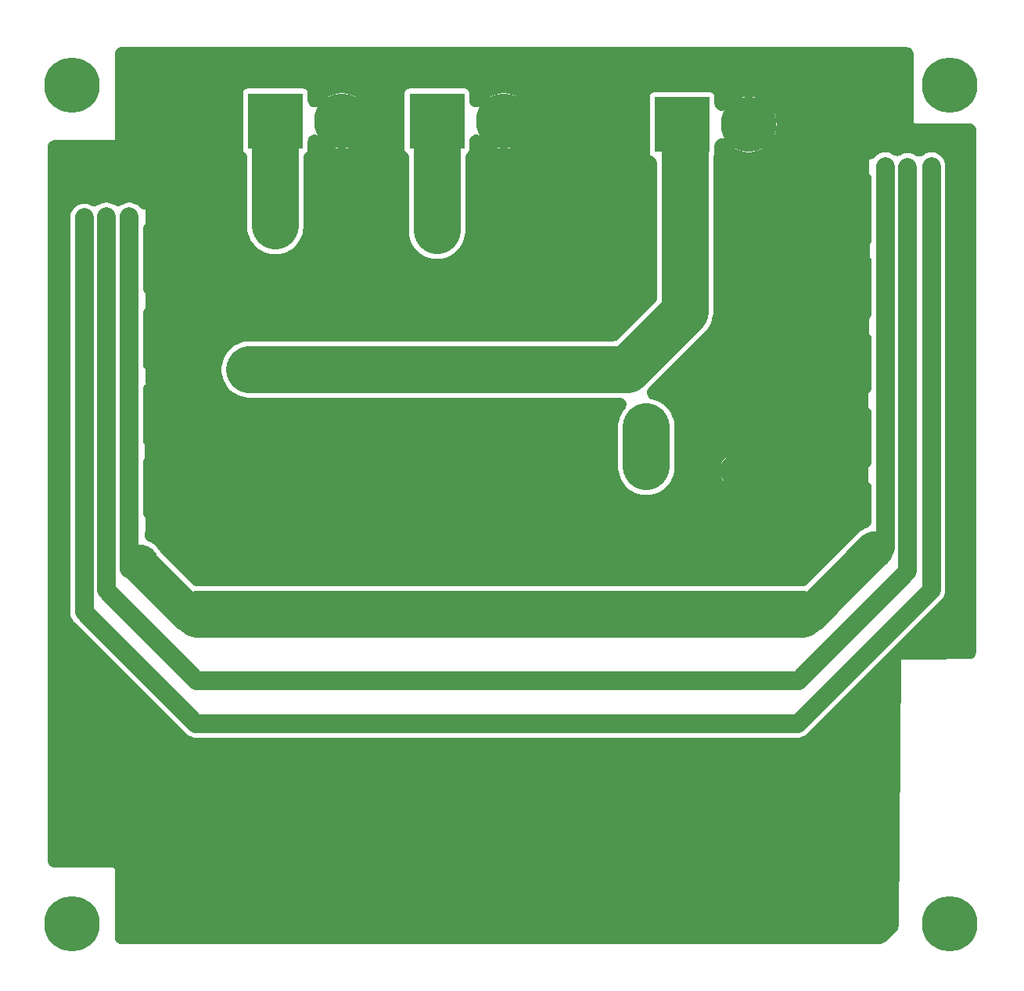
<source format=gbr>
%TF.GenerationSoftware,KiCad,Pcbnew,8.0.4*%
%TF.CreationDate,2024-09-19T17:04:51-03:00*%
%TF.ProjectId,placa de potencia,706c6163-6120-4646-9520-706f74656e63,rev?*%
%TF.SameCoordinates,Original*%
%TF.FileFunction,Copper,L2,Bot*%
%TF.FilePolarity,Positive*%
%FSLAX46Y46*%
G04 Gerber Fmt 4.6, Leading zero omitted, Abs format (unit mm)*
G04 Created by KiCad (PCBNEW 8.0.4) date 2024-09-19 17:04:51*
%MOMM*%
%LPD*%
G01*
G04 APERTURE LIST*
%TA.AperFunction,ComponentPad*%
%ADD10R,3.200000X3.200000*%
%TD*%
%TA.AperFunction,ComponentPad*%
%ADD11O,3.200000X3.200000*%
%TD*%
%TA.AperFunction,ComponentPad*%
%ADD12R,1.508000X1.508000*%
%TD*%
%TA.AperFunction,ComponentPad*%
%ADD13C,1.508000*%
%TD*%
%TA.AperFunction,ComponentPad*%
%ADD14C,6.000000*%
%TD*%
%TA.AperFunction,ComponentPad*%
%ADD15R,6.000000X6.000000*%
%TD*%
%TA.AperFunction,ComponentPad*%
%ADD16C,5.000000*%
%TD*%
%TA.AperFunction,Conductor*%
%ADD17C,0.250000*%
%TD*%
%TA.AperFunction,Conductor*%
%ADD18C,5.080000*%
%TD*%
%TA.AperFunction,Conductor*%
%ADD19C,2.000000*%
%TD*%
%TA.AperFunction,Conductor*%
%ADD20C,4.000000*%
%TD*%
%TA.AperFunction,Conductor*%
%ADD21C,1.000000*%
%TD*%
G04 APERTURE END LIST*
D10*
%TO.P,D1,1,K*%
%TO.N,Net-(D1-K)*%
X114300000Y-78867000D03*
D11*
%TO.P,D1,2,A*%
%TO.N,Net-(D1-A)*%
X114300000Y-63627000D03*
%TD*%
D12*
%TO.P,J11,1,1*%
%TO.N,GND*%
X177769000Y-74042000D03*
D13*
%TO.P,J11,2,2*%
%TO.N,Net-(D2-K)*%
X180269000Y-74042000D03*
%TO.P,J11,3,3*%
%TO.N,Net-(J10-Pad3)*%
X182769000Y-74042000D03*
%TO.P,J11,4,4*%
%TO.N,Net-(J10-Pad4)*%
X185269000Y-74042000D03*
%TD*%
D14*
%TO.P,,1*%
%TO.N,N/C*%
X187280000Y-47947000D03*
%TD*%
%TO.P,,1*%
%TO.N,N/C*%
X187280000Y-138747000D03*
%TD*%
D12*
%TO.P,J8,1,1*%
%TO.N,GND*%
X100959000Y-95502000D03*
D13*
%TO.P,J8,2,2*%
%TO.N,Net-(D2-K)*%
X98459000Y-95502000D03*
%TO.P,J8,3,3*%
%TO.N,Net-(J10-Pad3)*%
X95959000Y-95502000D03*
%TO.P,J8,4,4*%
%TO.N,Net-(J10-Pad4)*%
X93459000Y-95502000D03*
%TD*%
D14*
%TO.P,J2,N,NEG*%
%TO.N,GND*%
X138982000Y-51816000D03*
D15*
%TO.P,J2,P,POS*%
%TO.N,Net-(D5-A)*%
X131782000Y-51816000D03*
%TD*%
D12*
%TO.P,J3,1,1*%
%TO.N,GND*%
X100979000Y-62162000D03*
D13*
%TO.P,J3,2,2*%
%TO.N,Net-(D2-K)*%
X98479000Y-62162000D03*
%TO.P,J3,3,3*%
%TO.N,Net-(J10-Pad3)*%
X95979000Y-62162000D03*
%TO.P,J3,4,4*%
%TO.N,Net-(J10-Pad4)*%
X93479000Y-62162000D03*
%TD*%
D12*
%TO.P,J6,1,1*%
%TO.N,GND*%
X101029000Y-79522000D03*
D13*
%TO.P,J6,2,2*%
%TO.N,Net-(D2-K)*%
X98529000Y-79522000D03*
%TO.P,J6,3,3*%
%TO.N,Net-(J10-Pad3)*%
X96029000Y-79522000D03*
%TO.P,J6,4,4*%
%TO.N,Net-(J10-Pad4)*%
X93529000Y-79522000D03*
%TD*%
D14*
%TO.P,,1*%
%TO.N,N/C*%
X92280000Y-138747000D03*
%TD*%
D12*
%TO.P,J7,1,1*%
%TO.N,GND*%
X100889000Y-87582000D03*
D13*
%TO.P,J7,2,2*%
%TO.N,Net-(D2-K)*%
X98389000Y-87582000D03*
%TO.P,J7,3,3*%
%TO.N,Net-(J10-Pad3)*%
X95889000Y-87582000D03*
%TO.P,J7,4,4*%
%TO.N,Net-(J10-Pad4)*%
X93389000Y-87582000D03*
%TD*%
D12*
%TO.P,J13,1,1*%
%TO.N,GND*%
X177801500Y-56722000D03*
D13*
%TO.P,J13,2,2*%
%TO.N,Net-(D2-K)*%
X180301500Y-56722000D03*
%TO.P,J13,3,3*%
%TO.N,Net-(J10-Pad3)*%
X182801500Y-56722000D03*
%TO.P,J13,4,4*%
%TO.N,Net-(J10-Pad4)*%
X185301500Y-56722000D03*
%TD*%
D14*
%TO.P,J1,N,NEG*%
%TO.N,GND*%
X121482000Y-51816000D03*
D15*
%TO.P,J1,P,POS*%
%TO.N,Net-(D1-A)*%
X114282000Y-51816000D03*
%TD*%
D10*
%TO.P,D2,1,K*%
%TO.N,Net-(D2-K)*%
X154305000Y-104902000D03*
D11*
%TO.P,D2,2,A*%
%TO.N,Net-(D2-A)*%
X154305000Y-89662000D03*
%TD*%
D12*
%TO.P,J10,1,1*%
%TO.N,GND*%
X177739000Y-82062000D03*
D13*
%TO.P,J10,2,2*%
%TO.N,Net-(D2-K)*%
X180239000Y-82062000D03*
%TO.P,J10,3,3*%
%TO.N,Net-(J10-Pad3)*%
X182739000Y-82062000D03*
%TO.P,J10,4,4*%
%TO.N,Net-(J10-Pad4)*%
X185239000Y-82062000D03*
%TD*%
D10*
%TO.P,D3,1,K*%
%TO.N,Net-(D2-K)*%
X163957000Y-104902000D03*
D11*
%TO.P,D3,2,A*%
%TO.N,GND*%
X163957000Y-89662000D03*
%TD*%
D16*
%TO.P,H3,1,1*%
%TO.N,Net-(D1-K)*%
X154305000Y-76835000D03*
%TD*%
%TO.P,H1,1,1*%
%TO.N,Net-(D2-A)*%
X154432000Y-84963000D03*
%TD*%
D12*
%TO.P,J12,1,1*%
%TO.N,GND*%
X177911500Y-65872000D03*
D13*
%TO.P,J12,2,2*%
%TO.N,Net-(D2-K)*%
X180411500Y-65872000D03*
%TO.P,J12,3,3*%
%TO.N,Net-(J10-Pad3)*%
X182911500Y-65872000D03*
%TO.P,J12,4,4*%
%TO.N,Net-(J10-Pad4)*%
X185411500Y-65872000D03*
%TD*%
D14*
%TO.P,J4,N,NEG*%
%TO.N,GND*%
X165525000Y-52197000D03*
D15*
%TO.P,J4,P,POS*%
%TO.N,Net-(D1-K)*%
X158325000Y-52197000D03*
%TD*%
D12*
%TO.P,J5,1,1*%
%TO.N,GND*%
X101032000Y-71264000D03*
D13*
%TO.P,J5,2,2*%
%TO.N,Net-(D2-K)*%
X98532000Y-71264000D03*
%TO.P,J5,3,3*%
%TO.N,Net-(J10-Pad3)*%
X96032000Y-71264000D03*
%TO.P,J5,4,4*%
%TO.N,Net-(J10-Pad4)*%
X93532000Y-71264000D03*
%TD*%
D12*
%TO.P,J9,1,1*%
%TO.N,GND*%
X177739000Y-90112000D03*
D13*
%TO.P,J9,2,2*%
%TO.N,Net-(D2-K)*%
X180239000Y-90112000D03*
%TO.P,J9,3,3*%
%TO.N,Net-(J10-Pad3)*%
X182739000Y-90112000D03*
%TO.P,J9,4,4*%
%TO.N,Net-(J10-Pad4)*%
X185239000Y-90112000D03*
%TD*%
D10*
%TO.P,D5,1,K*%
%TO.N,Net-(D1-K)*%
X131826000Y-78994000D03*
D11*
%TO.P,D5,2,A*%
%TO.N,Net-(D5-A)*%
X131826000Y-63754000D03*
%TD*%
D14*
%TO.P,,1*%
%TO.N,N/C*%
X92280000Y-47947000D03*
%TD*%
D17*
%TO.N,Net-(D1-K)*%
X131699000Y-78867000D02*
X131826000Y-78994000D01*
D18*
X158623000Y-72517000D02*
X158623000Y-52495000D01*
D17*
X158623000Y-52495000D02*
X158325000Y-52197000D01*
D18*
X132080000Y-78740000D02*
X152400000Y-78740000D01*
X111506000Y-78740000D02*
X131572000Y-78740000D01*
X152400000Y-78740000D02*
X158623000Y-72517000D01*
D17*
%TO.N,Net-(D1-A)*%
X114282000Y-63210000D02*
X114326000Y-63254000D01*
D18*
X114282000Y-51816000D02*
X114282000Y-63210000D01*
D19*
%TO.N,Net-(D2-K)*%
X180301500Y-96174500D02*
X180301500Y-98184500D01*
D20*
X99659000Y-99897000D02*
X99659000Y-99697000D01*
X179089000Y-98267000D02*
X179099000Y-98267000D01*
X105009000Y-105247000D02*
X99659000Y-99897000D01*
X172109000Y-105247000D02*
X179089000Y-98267000D01*
D18*
X170739000Y-105247000D02*
X171229000Y-105247000D01*
D19*
X98479000Y-62162000D02*
X98479000Y-100347000D01*
X180301500Y-56722000D02*
X180301500Y-96174500D01*
D20*
X171689000Y-105247000D02*
X172109000Y-105247000D01*
D17*
X180179000Y-56844500D02*
X180301500Y-56722000D01*
D18*
X105899000Y-105247000D02*
X170739000Y-105247000D01*
D17*
%TO.N,Net-(D5-A)*%
X131782000Y-63710000D02*
X131826000Y-63754000D01*
D18*
X131782000Y-51816000D02*
X131782000Y-63710000D01*
D19*
%TO.N,Net-(J10-Pad3)*%
X105749000Y-112427000D02*
X170910000Y-112427000D01*
X170910000Y-112427000D02*
X182719000Y-100618000D01*
D17*
X182719000Y-56804500D02*
X182801500Y-56722000D01*
D19*
X95979000Y-62162000D02*
X95979000Y-102657000D01*
X95979000Y-102657000D02*
X105749000Y-112427000D01*
X182719000Y-100618000D02*
X182719000Y-56804500D01*
%TO.N,Net-(J10-Pad4)*%
X185301500Y-56722000D02*
X185301500Y-102607500D01*
X185301500Y-102607500D02*
X170802000Y-117107000D01*
D17*
X93479000Y-62162000D02*
X93459000Y-62182000D01*
D19*
X170802000Y-117107000D02*
X105689000Y-117107000D01*
D17*
X93459000Y-62182000D02*
X93459000Y-95502000D01*
X93599000Y-62282000D02*
X93479000Y-62162000D01*
D19*
X93599000Y-105017000D02*
X93599000Y-62282000D01*
X105689000Y-117107000D02*
X93599000Y-105017000D01*
D17*
%TO.N,Net-(D2-A)*%
X153670000Y-90297000D02*
X153797000Y-90424000D01*
D21*
X153797000Y-89916000D02*
X154432000Y-89281000D01*
D18*
X154432000Y-89281000D02*
X154432000Y-84963000D01*
%TD*%
%TA.AperFunction,Conductor*%
%TO.N,GND*%
G36*
X182811731Y-43835189D02*
G01*
X182975151Y-43894669D01*
X183120448Y-43990233D01*
X183239790Y-44116728D01*
X183326744Y-44267336D01*
X183376621Y-44433938D01*
X183388000Y-44564000D01*
X183388000Y-51943000D01*
X183515000Y-52070000D01*
X189370000Y-52070000D01*
X189542731Y-52090189D01*
X189706151Y-52149669D01*
X189851448Y-52245233D01*
X189970790Y-52371728D01*
X190057744Y-52522336D01*
X190107621Y-52688938D01*
X190119000Y-52819000D01*
X190119000Y-109364792D01*
X190098811Y-109537523D01*
X190039331Y-109700943D01*
X189943767Y-109846240D01*
X189817272Y-109965582D01*
X189666664Y-110052536D01*
X189500062Y-110102413D01*
X189374808Y-110113777D01*
X184462167Y-110145312D01*
X184279457Y-110146485D01*
X184274651Y-110146500D01*
X183372681Y-110146500D01*
X183346006Y-110148408D01*
X183345971Y-110147919D01*
X183279269Y-110152905D01*
X181991000Y-110161175D01*
X181739669Y-139012580D01*
X181717975Y-139185129D01*
X181657074Y-139348024D01*
X181560249Y-139492484D01*
X181520320Y-139535679D01*
X180305377Y-140750623D01*
X180168962Y-140858486D01*
X180011348Y-140931983D01*
X179841034Y-140967150D01*
X179775754Y-140970000D01*
X97650000Y-140970000D01*
X97477269Y-140949811D01*
X97313849Y-140890331D01*
X97168552Y-140794767D01*
X97049210Y-140668272D01*
X96962256Y-140517664D01*
X96912379Y-140351062D01*
X96901000Y-140221000D01*
X96901000Y-132842000D01*
X96774000Y-132715000D01*
X90411000Y-132715000D01*
X90238269Y-132694811D01*
X90074849Y-132635331D01*
X89929552Y-132539767D01*
X89810210Y-132413272D01*
X89723256Y-132262664D01*
X89673379Y-132096062D01*
X89662000Y-131966000D01*
X89662000Y-62163908D01*
X92098500Y-62163908D01*
X92098500Y-104898908D01*
X92098500Y-105135092D01*
X92135447Y-105368368D01*
X92208432Y-105592992D01*
X92315657Y-105803434D01*
X92315659Y-105803437D01*
X92315661Y-105803440D01*
X92454480Y-105994507D01*
X104711492Y-118251519D01*
X104902559Y-118390338D01*
X104902566Y-118390343D01*
X105113008Y-118497568D01*
X105337632Y-118570553D01*
X105570908Y-118607500D01*
X105570910Y-118607500D01*
X170920090Y-118607500D01*
X170920092Y-118607500D01*
X171153368Y-118570553D01*
X171377992Y-118497568D01*
X171588434Y-118390343D01*
X171779510Y-118251517D01*
X186446018Y-103585010D01*
X186584843Y-103393933D01*
X186692068Y-103183492D01*
X186765053Y-102958868D01*
X186796015Y-102763380D01*
X186802000Y-102725592D01*
X186802000Y-56603908D01*
X186765053Y-56370632D01*
X186692068Y-56146008D01*
X186616070Y-55996853D01*
X186584844Y-55935568D01*
X186446019Y-55744492D01*
X186279007Y-55577480D01*
X186087931Y-55438655D01*
X185877497Y-55331434D01*
X185877494Y-55331433D01*
X185877492Y-55331432D01*
X185652868Y-55258447D01*
X185419592Y-55221500D01*
X185183408Y-55221500D01*
X185035848Y-55244871D01*
X184950131Y-55258447D01*
X184842017Y-55293575D01*
X184725508Y-55331432D01*
X184725506Y-55331432D01*
X184725506Y-55331433D01*
X184725502Y-55331434D01*
X184515071Y-55438654D01*
X184393723Y-55526818D01*
X184242113Y-55612012D01*
X184074942Y-55659947D01*
X183901223Y-55668037D01*
X183730321Y-55635847D01*
X183571449Y-55565112D01*
X183513230Y-55526821D01*
X183505432Y-55521156D01*
X183294997Y-55413934D01*
X183294994Y-55413933D01*
X183294992Y-55413932D01*
X183070368Y-55340947D01*
X182837092Y-55304000D01*
X182600908Y-55304000D01*
X182445390Y-55328631D01*
X182367631Y-55340947D01*
X182143008Y-55413932D01*
X181911805Y-55531735D01*
X181748734Y-55592163D01*
X181576123Y-55613356D01*
X181403277Y-55594171D01*
X181239515Y-55535643D01*
X181131519Y-55470323D01*
X181087934Y-55438656D01*
X180877497Y-55331434D01*
X180877494Y-55331433D01*
X180877492Y-55331432D01*
X180652868Y-55258447D01*
X180419592Y-55221500D01*
X180183408Y-55221500D01*
X180035848Y-55244871D01*
X179950131Y-55258447D01*
X179842017Y-55293575D01*
X179725508Y-55331432D01*
X179725506Y-55331432D01*
X179725506Y-55331433D01*
X179725502Y-55331434D01*
X179515068Y-55438655D01*
X179323992Y-55577480D01*
X179152850Y-55748623D01*
X179016434Y-55856486D01*
X178858821Y-55929983D01*
X178688507Y-55965150D01*
X178623227Y-55968000D01*
X178551500Y-55968000D01*
X178551500Y-57476000D01*
X178581623Y-57506123D01*
X178689486Y-57642539D01*
X178762983Y-57800152D01*
X178798150Y-57970466D01*
X178801000Y-58035746D01*
X178801000Y-64668254D01*
X178780811Y-64840985D01*
X178721331Y-65004405D01*
X178661500Y-65095372D01*
X178661500Y-66647144D01*
X178689486Y-66682539D01*
X178762983Y-66840152D01*
X178798150Y-67010466D01*
X178801000Y-67075746D01*
X178801000Y-72695754D01*
X178780811Y-72868485D01*
X178721331Y-73031905D01*
X178625767Y-73177202D01*
X178581623Y-73225377D01*
X178519000Y-73288000D01*
X178519000Y-74796000D01*
X178581623Y-74858623D01*
X178689486Y-74995039D01*
X178762983Y-75152652D01*
X178798150Y-75322966D01*
X178801000Y-75388246D01*
X178801000Y-80685754D01*
X178780811Y-80858485D01*
X178721331Y-81021905D01*
X178625767Y-81167202D01*
X178581623Y-81215377D01*
X178489000Y-81308000D01*
X178489000Y-82816000D01*
X178581623Y-82908623D01*
X178689486Y-83045039D01*
X178762983Y-83202652D01*
X178798150Y-83372966D01*
X178801000Y-83438246D01*
X178801000Y-88735754D01*
X178780811Y-88908485D01*
X178721331Y-89071905D01*
X178625767Y-89217202D01*
X178581623Y-89265377D01*
X178489000Y-89358000D01*
X178489000Y-90866000D01*
X178581623Y-90958623D01*
X178689486Y-91095039D01*
X178762983Y-91252652D01*
X178798150Y-91422966D01*
X178801000Y-91488246D01*
X178801000Y-95187169D01*
X178780811Y-95359900D01*
X178721331Y-95523320D01*
X178625767Y-95668617D01*
X178499272Y-95787959D01*
X178348664Y-95874913D01*
X178299382Y-95894136D01*
X178259436Y-95908114D01*
X178130588Y-95953200D01*
X177916275Y-96056408D01*
X177877557Y-96075053D01*
X177877548Y-96075058D01*
X177639760Y-96224471D01*
X177639753Y-96224476D01*
X177639752Y-96224477D01*
X177565004Y-96284086D01*
X177420172Y-96399586D01*
X171832635Y-101987123D01*
X171696219Y-102094986D01*
X171538606Y-102168483D01*
X171368292Y-102203650D01*
X171303012Y-102206500D01*
X105814987Y-102206500D01*
X105642256Y-102186311D01*
X105478836Y-102126831D01*
X105333539Y-102031267D01*
X105285364Y-101987123D01*
X102003306Y-98705065D01*
X101895443Y-98568649D01*
X101858110Y-98500433D01*
X101850945Y-98485555D01*
X101701523Y-98247752D01*
X101526416Y-98028175D01*
X101327825Y-97829584D01*
X101108248Y-97654477D01*
X101108239Y-97654471D01*
X101108236Y-97654469D01*
X101083929Y-97639196D01*
X100979506Y-97555210D01*
X100940759Y-97542371D01*
X100889314Y-97514356D01*
X100888837Y-97515220D01*
X100870436Y-97505050D01*
X100617407Y-97383198D01*
X100604970Y-97378846D01*
X100448601Y-97302736D01*
X100313999Y-97192618D01*
X100208421Y-97054426D01*
X100137558Y-96895611D01*
X100105230Y-96724735D01*
X100113180Y-96551010D01*
X100160980Y-96383801D01*
X100209000Y-96298184D01*
X100209000Y-96256000D01*
X101709000Y-96256000D01*
X101713000Y-96256000D01*
X101713000Y-96252000D01*
X101709000Y-96252000D01*
X101709000Y-96256000D01*
X100209000Y-96256000D01*
X100209000Y-95436174D01*
X100459000Y-95436174D01*
X100459000Y-95567826D01*
X100493075Y-95694993D01*
X100558901Y-95809007D01*
X100651993Y-95902099D01*
X100766007Y-95967925D01*
X100893174Y-96002000D01*
X101024826Y-96002000D01*
X101151993Y-95967925D01*
X101266007Y-95902099D01*
X101359099Y-95809007D01*
X101424925Y-95694993D01*
X101459000Y-95567826D01*
X101459000Y-95436174D01*
X101424925Y-95309007D01*
X101359099Y-95194993D01*
X101266007Y-95101901D01*
X101151993Y-95036075D01*
X101024826Y-95002000D01*
X100893174Y-95002000D01*
X100766007Y-95036075D01*
X100651993Y-95101901D01*
X100558901Y-95194993D01*
X100493075Y-95309007D01*
X100459000Y-95436174D01*
X100209000Y-95436174D01*
X100209000Y-94752000D01*
X101709000Y-94752000D01*
X101713000Y-94752000D01*
X101713000Y-94748000D01*
X101709000Y-94748000D01*
X101709000Y-94752000D01*
X100209000Y-94752000D01*
X100209000Y-94748000D01*
X100198877Y-94737877D01*
X100091014Y-94601461D01*
X100017517Y-94443848D01*
X99982350Y-94273534D01*
X99979500Y-94208254D01*
X99979500Y-88805746D01*
X99999689Y-88633015D01*
X100059169Y-88469595D01*
X100139000Y-88348218D01*
X100139000Y-88336000D01*
X101639000Y-88336000D01*
X101643000Y-88336000D01*
X101643000Y-88332000D01*
X101639000Y-88332000D01*
X101639000Y-88336000D01*
X100139000Y-88336000D01*
X100139000Y-87516174D01*
X100389000Y-87516174D01*
X100389000Y-87647826D01*
X100423075Y-87774993D01*
X100488901Y-87889007D01*
X100581993Y-87982099D01*
X100696007Y-88047925D01*
X100823174Y-88082000D01*
X100954826Y-88082000D01*
X101081993Y-88047925D01*
X101196007Y-87982099D01*
X101289099Y-87889007D01*
X101354925Y-87774993D01*
X101389000Y-87647826D01*
X101389000Y-87516174D01*
X101354925Y-87389007D01*
X101289099Y-87274993D01*
X101196007Y-87181901D01*
X101081993Y-87116075D01*
X100954826Y-87082000D01*
X100823174Y-87082000D01*
X100696007Y-87116075D01*
X100581993Y-87181901D01*
X100488901Y-87274993D01*
X100423075Y-87389007D01*
X100389000Y-87516174D01*
X100139000Y-87516174D01*
X100139000Y-86832000D01*
X101639000Y-86832000D01*
X101643000Y-86832000D01*
X101643000Y-86828000D01*
X101639000Y-86828000D01*
X101639000Y-86832000D01*
X100139000Y-86832000D01*
X100139000Y-86812149D01*
X100091014Y-86751461D01*
X100017517Y-86593848D01*
X99982350Y-86423534D01*
X99979500Y-86358254D01*
X99979500Y-80885746D01*
X99999689Y-80713015D01*
X100059169Y-80549595D01*
X100154733Y-80404298D01*
X100198877Y-80356123D01*
X100279000Y-80276000D01*
X101779000Y-80276000D01*
X101783000Y-80276000D01*
X101783000Y-80272000D01*
X101779000Y-80272000D01*
X101779000Y-80276000D01*
X100279000Y-80276000D01*
X100279000Y-79456174D01*
X100529000Y-79456174D01*
X100529000Y-79587826D01*
X100563075Y-79714993D01*
X100628901Y-79829007D01*
X100721993Y-79922099D01*
X100836007Y-79987925D01*
X100963174Y-80022000D01*
X101094826Y-80022000D01*
X101221993Y-79987925D01*
X101336007Y-79922099D01*
X101429099Y-79829007D01*
X101494925Y-79714993D01*
X101529000Y-79587826D01*
X101529000Y-79456174D01*
X101494925Y-79329007D01*
X101429099Y-79214993D01*
X101336007Y-79121901D01*
X101221993Y-79056075D01*
X101094826Y-79022000D01*
X100963174Y-79022000D01*
X100836007Y-79056075D01*
X100721993Y-79121901D01*
X100628901Y-79214993D01*
X100563075Y-79329007D01*
X100529000Y-79456174D01*
X100279000Y-79456174D01*
X100279000Y-78772000D01*
X101779000Y-78772000D01*
X101783000Y-78772000D01*
X101783000Y-78768000D01*
X101779000Y-78768000D01*
X101779000Y-78772000D01*
X100279000Y-78772000D01*
X100279000Y-78768000D01*
X100198877Y-78687877D01*
X100105079Y-78569249D01*
X108465500Y-78569249D01*
X108465500Y-78910751D01*
X108478035Y-79022000D01*
X108503735Y-79250105D01*
X108579724Y-79583036D01*
X108692519Y-79905385D01*
X108840685Y-80213056D01*
X108840694Y-80213073D01*
X109022374Y-80502213D01*
X109022380Y-80502222D01*
X109235303Y-80769219D01*
X109476781Y-81010697D01*
X109743778Y-81223620D01*
X109743786Y-81223625D01*
X110032926Y-81405305D01*
X110032932Y-81405308D01*
X110032935Y-81405310D01*
X110340618Y-81553482D01*
X110662955Y-81666273D01*
X110662961Y-81666274D01*
X110662963Y-81666275D01*
X110662962Y-81666275D01*
X110995894Y-81742264D01*
X111044374Y-81747726D01*
X111335249Y-81780500D01*
X111335255Y-81780500D01*
X131742754Y-81780500D01*
X131763727Y-81779322D01*
X131763797Y-81780569D01*
X131888203Y-81780569D01*
X131888273Y-81779322D01*
X131909246Y-81780500D01*
X151525700Y-81780500D01*
X151698431Y-81800689D01*
X151861851Y-81860169D01*
X152007148Y-81955733D01*
X152126490Y-82082228D01*
X152213444Y-82232836D01*
X152263321Y-82399438D01*
X152273433Y-82573050D01*
X152243234Y-82744316D01*
X152174353Y-82904000D01*
X152111295Y-82996488D01*
X152072578Y-83045039D01*
X151948382Y-83200775D01*
X151948374Y-83200786D01*
X151766694Y-83489926D01*
X151766685Y-83489943D01*
X151618519Y-83797614D01*
X151505724Y-84119963D01*
X151429735Y-84452894D01*
X151405950Y-84663994D01*
X151391500Y-84792249D01*
X151391500Y-89451751D01*
X151406312Y-89583207D01*
X151429735Y-89791105D01*
X151505724Y-90124036D01*
X151618519Y-90446385D01*
X151766685Y-90754056D01*
X151766694Y-90754073D01*
X151948374Y-91043213D01*
X151948380Y-91043222D01*
X152161303Y-91310219D01*
X152402781Y-91551697D01*
X152669778Y-91764620D01*
X152669786Y-91764625D01*
X152958926Y-91946305D01*
X152958932Y-91946308D01*
X152958935Y-91946310D01*
X153266618Y-92094482D01*
X153588955Y-92207273D01*
X153588961Y-92207274D01*
X153588963Y-92207275D01*
X153588962Y-92207275D01*
X153921894Y-92283264D01*
X153970374Y-92288726D01*
X154261249Y-92321500D01*
X154261255Y-92321500D01*
X154602745Y-92321500D01*
X154602751Y-92321500D01*
X154942105Y-92283264D01*
X155275045Y-92207273D01*
X155597382Y-92094482D01*
X155905065Y-91946310D01*
X156194222Y-91764620D01*
X156461219Y-91551697D01*
X156702697Y-91310219D01*
X156915620Y-91043222D01*
X157097310Y-90754065D01*
X157245482Y-90446382D01*
X157257513Y-90412000D01*
X162540076Y-90412000D01*
X162658570Y-90605365D01*
X162658573Y-90605369D01*
X162822126Y-90796866D01*
X162822133Y-90796873D01*
X163013630Y-90960426D01*
X163013634Y-90960429D01*
X163207000Y-91078923D01*
X164707000Y-91078923D01*
X164900365Y-90960429D01*
X164900369Y-90960426D01*
X165010928Y-90866000D01*
X176985000Y-90866000D01*
X176989000Y-90866000D01*
X176989000Y-90862000D01*
X176985000Y-90862000D01*
X176985000Y-90866000D01*
X165010928Y-90866000D01*
X165091866Y-90796873D01*
X165091873Y-90796866D01*
X165255426Y-90605369D01*
X165255429Y-90605365D01*
X165373924Y-90412000D01*
X164707000Y-90412000D01*
X164707000Y-91078923D01*
X163207000Y-91078923D01*
X163207000Y-90412000D01*
X162540076Y-90412000D01*
X157257513Y-90412000D01*
X157358273Y-90124045D01*
X157434264Y-89791105D01*
X157457688Y-89583207D01*
X163157000Y-89583207D01*
X163157000Y-89740793D01*
X163187743Y-89895351D01*
X163248049Y-90040942D01*
X163335599Y-90171970D01*
X163447030Y-90283401D01*
X163578058Y-90370951D01*
X163723649Y-90431257D01*
X163878207Y-90462000D01*
X164035793Y-90462000D01*
X164190351Y-90431257D01*
X164335942Y-90370951D01*
X164466970Y-90283401D01*
X164578401Y-90171970D01*
X164662455Y-90046174D01*
X177239000Y-90046174D01*
X177239000Y-90177826D01*
X177273075Y-90304993D01*
X177338901Y-90419007D01*
X177431993Y-90512099D01*
X177546007Y-90577925D01*
X177673174Y-90612000D01*
X177804826Y-90612000D01*
X177931993Y-90577925D01*
X178046007Y-90512099D01*
X178139099Y-90419007D01*
X178204925Y-90304993D01*
X178239000Y-90177826D01*
X178239000Y-90046174D01*
X178204925Y-89919007D01*
X178139099Y-89804993D01*
X178046007Y-89711901D01*
X177931993Y-89646075D01*
X177804826Y-89612000D01*
X177673174Y-89612000D01*
X177546007Y-89646075D01*
X177431993Y-89711901D01*
X177338901Y-89804993D01*
X177273075Y-89919007D01*
X177239000Y-90046174D01*
X164662455Y-90046174D01*
X164665951Y-90040942D01*
X164726257Y-89895351D01*
X164757000Y-89740793D01*
X164757000Y-89583207D01*
X164726257Y-89428649D01*
X164698650Y-89362000D01*
X176985000Y-89362000D01*
X176989000Y-89362000D01*
X176989000Y-89358000D01*
X176985000Y-89358000D01*
X176985000Y-89362000D01*
X164698650Y-89362000D01*
X164665951Y-89283058D01*
X164578401Y-89152030D01*
X164466970Y-89040599D01*
X164335942Y-88953049D01*
X164236841Y-88912000D01*
X164707000Y-88912000D01*
X165373923Y-88912000D01*
X165255429Y-88718634D01*
X165255426Y-88718630D01*
X165091873Y-88527133D01*
X165091864Y-88527124D01*
X164900370Y-88363573D01*
X164707000Y-88245075D01*
X164707000Y-88912000D01*
X164236841Y-88912000D01*
X164190351Y-88892743D01*
X164035793Y-88862000D01*
X163878207Y-88862000D01*
X163723649Y-88892743D01*
X163578058Y-88953049D01*
X163447030Y-89040599D01*
X163335599Y-89152030D01*
X163248049Y-89283058D01*
X163187743Y-89428649D01*
X163157000Y-89583207D01*
X157457688Y-89583207D01*
X157472500Y-89451751D01*
X157472500Y-88912000D01*
X162540076Y-88912000D01*
X163207000Y-88912000D01*
X163207000Y-88245075D01*
X163206999Y-88245075D01*
X163013629Y-88363573D01*
X162822135Y-88527124D01*
X162822126Y-88527133D01*
X162658573Y-88718630D01*
X162658570Y-88718634D01*
X162540076Y-88912000D01*
X157472500Y-88912000D01*
X157472500Y-84792249D01*
X157434264Y-84452895D01*
X157358273Y-84119955D01*
X157245482Y-83797618D01*
X157097310Y-83489935D01*
X157097308Y-83489932D01*
X157097305Y-83489926D01*
X156922752Y-83212129D01*
X156915620Y-83200778D01*
X156702697Y-82933781D01*
X156584916Y-82816000D01*
X176985000Y-82816000D01*
X176989000Y-82816000D01*
X176989000Y-82812000D01*
X176985000Y-82812000D01*
X176985000Y-82816000D01*
X156584916Y-82816000D01*
X156461219Y-82692303D01*
X156194222Y-82479380D01*
X156194215Y-82479375D01*
X156194213Y-82479374D01*
X155905073Y-82297694D01*
X155905056Y-82297685D01*
X155597385Y-82149519D01*
X155275036Y-82036724D01*
X155275033Y-82036723D01*
X155097372Y-81996174D01*
X177239000Y-81996174D01*
X177239000Y-82127826D01*
X177273075Y-82254993D01*
X177338901Y-82369007D01*
X177431993Y-82462099D01*
X177546007Y-82527925D01*
X177673174Y-82562000D01*
X177804826Y-82562000D01*
X177931993Y-82527925D01*
X178046007Y-82462099D01*
X178139099Y-82369007D01*
X178204925Y-82254993D01*
X178239000Y-82127826D01*
X178239000Y-81996174D01*
X178204925Y-81869007D01*
X178139099Y-81754993D01*
X178046007Y-81661901D01*
X177931993Y-81596075D01*
X177804826Y-81562000D01*
X177673174Y-81562000D01*
X177546007Y-81596075D01*
X177431993Y-81661901D01*
X177338901Y-81754993D01*
X177273075Y-81869007D01*
X177239000Y-81996174D01*
X155097372Y-81996174D01*
X155072271Y-81990445D01*
X154908362Y-81932326D01*
X154762276Y-81837974D01*
X154641886Y-81712475D01*
X154553683Y-81562595D01*
X154502423Y-81396414D01*
X154496802Y-81312000D01*
X176985000Y-81312000D01*
X176989000Y-81312000D01*
X176989000Y-81308000D01*
X176985000Y-81308000D01*
X176985000Y-81312000D01*
X154496802Y-81312000D01*
X154490868Y-81222891D01*
X154519642Y-81051381D01*
X154587193Y-80891129D01*
X154689880Y-80750776D01*
X154709287Y-80730628D01*
X160643916Y-74796000D01*
X177015000Y-74796000D01*
X177019000Y-74796000D01*
X177019000Y-74792000D01*
X177015000Y-74792000D01*
X177015000Y-74796000D01*
X160643916Y-74796000D01*
X160893697Y-74546219D01*
X161106620Y-74279223D01*
X161288310Y-73990065D01*
X161295000Y-73976174D01*
X177269000Y-73976174D01*
X177269000Y-74107826D01*
X177303075Y-74234993D01*
X177368901Y-74349007D01*
X177461993Y-74442099D01*
X177576007Y-74507925D01*
X177703174Y-74542000D01*
X177834826Y-74542000D01*
X177961993Y-74507925D01*
X178076007Y-74442099D01*
X178169099Y-74349007D01*
X178234925Y-74234993D01*
X178269000Y-74107826D01*
X178269000Y-73976174D01*
X178234925Y-73849007D01*
X178169099Y-73734993D01*
X178076007Y-73641901D01*
X177961993Y-73576075D01*
X177834826Y-73542000D01*
X177703174Y-73542000D01*
X177576007Y-73576075D01*
X177461993Y-73641901D01*
X177368901Y-73734993D01*
X177303075Y-73849007D01*
X177269000Y-73976174D01*
X161295000Y-73976174D01*
X161436482Y-73682383D01*
X161549273Y-73360045D01*
X161564804Y-73292000D01*
X177015000Y-73292000D01*
X177019000Y-73292000D01*
X177019000Y-73288000D01*
X177015000Y-73288000D01*
X177015000Y-73292000D01*
X161564804Y-73292000D01*
X161625264Y-73027105D01*
X161663500Y-72687751D01*
X161663500Y-72346249D01*
X161663500Y-66626000D01*
X177157500Y-66626000D01*
X177161500Y-66626000D01*
X177161500Y-66622000D01*
X177157500Y-66622000D01*
X177157500Y-66626000D01*
X161663500Y-66626000D01*
X161663500Y-65806174D01*
X177411500Y-65806174D01*
X177411500Y-65937826D01*
X177445575Y-66064993D01*
X177511401Y-66179007D01*
X177604493Y-66272099D01*
X177718507Y-66337925D01*
X177845674Y-66372000D01*
X177977326Y-66372000D01*
X178104493Y-66337925D01*
X178218507Y-66272099D01*
X178311599Y-66179007D01*
X178377425Y-66064993D01*
X178411500Y-65937826D01*
X178411500Y-65806174D01*
X178377425Y-65679007D01*
X178311599Y-65564993D01*
X178218507Y-65471901D01*
X178104493Y-65406075D01*
X177977326Y-65372000D01*
X177845674Y-65372000D01*
X177718507Y-65406075D01*
X177604493Y-65471901D01*
X177511401Y-65564993D01*
X177445575Y-65679007D01*
X177411500Y-65806174D01*
X161663500Y-65806174D01*
X161663500Y-65122000D01*
X177157500Y-65122000D01*
X177161500Y-65122000D01*
X177161500Y-65118000D01*
X177157500Y-65118000D01*
X177157500Y-65122000D01*
X161663500Y-65122000D01*
X161663500Y-57476000D01*
X177047500Y-57476000D01*
X177051500Y-57476000D01*
X177051500Y-57472000D01*
X177047500Y-57472000D01*
X177047500Y-57476000D01*
X161663500Y-57476000D01*
X161663500Y-56656174D01*
X177301500Y-56656174D01*
X177301500Y-56787826D01*
X177335575Y-56914993D01*
X177401401Y-57029007D01*
X177494493Y-57122099D01*
X177608507Y-57187925D01*
X177735674Y-57222000D01*
X177867326Y-57222000D01*
X177994493Y-57187925D01*
X178108507Y-57122099D01*
X178201599Y-57029007D01*
X178267425Y-56914993D01*
X178301500Y-56787826D01*
X178301500Y-56656174D01*
X178267425Y-56529007D01*
X178201599Y-56414993D01*
X178108507Y-56321901D01*
X177994493Y-56256075D01*
X177867326Y-56222000D01*
X177735674Y-56222000D01*
X177608507Y-56256075D01*
X177494493Y-56321901D01*
X177401401Y-56414993D01*
X177335575Y-56529007D01*
X177301500Y-56656174D01*
X161663500Y-56656174D01*
X161663500Y-55972000D01*
X177047500Y-55972000D01*
X177051500Y-55972000D01*
X177051500Y-55968000D01*
X177047500Y-55968000D01*
X177047500Y-55972000D01*
X161663500Y-55972000D01*
X161663500Y-55823336D01*
X161683689Y-55650605D01*
X161743169Y-55487185D01*
X161755118Y-55464379D01*
X161768792Y-55439335D01*
X161768796Y-55439331D01*
X161819091Y-55304483D01*
X161819105Y-55304358D01*
X161825499Y-55244883D01*
X161825499Y-55244882D01*
X161825500Y-55244873D01*
X161825499Y-54427975D01*
X161845688Y-54255252D01*
X161905168Y-54091832D01*
X162000731Y-53946535D01*
X162127226Y-53827192D01*
X162277834Y-53740238D01*
X162444436Y-53690361D01*
X162618049Y-53680249D01*
X162672263Y-53685390D01*
X162940619Y-53720719D01*
X163473129Y-53188208D01*
X163480237Y-53205366D01*
X163629348Y-53463634D01*
X163810895Y-53700230D01*
X164021770Y-53911105D01*
X164258366Y-54092652D01*
X164516634Y-54241763D01*
X164533789Y-54248869D01*
X163998764Y-54783894D01*
X164022454Y-54799476D01*
X164022470Y-54799485D01*
X164334739Y-54956314D01*
X164663132Y-55075838D01*
X165003171Y-55156429D01*
X165350264Y-55197000D01*
X165699736Y-55197000D01*
X166046828Y-55156429D01*
X166386867Y-55075838D01*
X166386868Y-55075838D01*
X166715256Y-54956315D01*
X167027547Y-54799475D01*
X167051235Y-54783895D01*
X166516209Y-54248869D01*
X166533366Y-54241763D01*
X166791634Y-54092652D01*
X167028230Y-53911105D01*
X167239105Y-53700230D01*
X167420652Y-53463634D01*
X167569763Y-53205366D01*
X167576869Y-53188209D01*
X168109380Y-53720720D01*
X168210442Y-53545677D01*
X168210443Y-53545675D01*
X168348852Y-53224806D01*
X168449083Y-52890013D01*
X168449084Y-52890007D01*
X168509764Y-52545868D01*
X168509765Y-52545863D01*
X168530083Y-52197000D01*
X168509765Y-51848136D01*
X168509764Y-51848131D01*
X168449084Y-51503992D01*
X168449083Y-51503986D01*
X168348853Y-51169196D01*
X168210443Y-50848326D01*
X168109379Y-50673279D01*
X167576868Y-51205789D01*
X167569763Y-51188634D01*
X167420652Y-50930366D01*
X167239105Y-50693770D01*
X167028230Y-50482895D01*
X166791634Y-50301348D01*
X166533366Y-50152237D01*
X166516208Y-50145129D01*
X167051234Y-49610104D01*
X167027540Y-49594520D01*
X167027533Y-49594516D01*
X166715260Y-49437685D01*
X166386867Y-49318161D01*
X166046828Y-49237570D01*
X165699736Y-49197000D01*
X165350264Y-49197000D01*
X165003171Y-49237570D01*
X164663132Y-49318161D01*
X164663131Y-49318161D01*
X164334743Y-49437684D01*
X164022453Y-49594523D01*
X164022453Y-49594524D01*
X163998764Y-49610103D01*
X163998764Y-49610104D01*
X164533790Y-50145130D01*
X164516634Y-50152237D01*
X164258366Y-50301348D01*
X164021770Y-50482895D01*
X163810895Y-50693770D01*
X163629348Y-50930366D01*
X163480237Y-51188634D01*
X163473130Y-51205790D01*
X162940618Y-50673278D01*
X162672264Y-50708608D01*
X162498375Y-50711138D01*
X162328590Y-50673497D01*
X162172062Y-50597716D01*
X162037230Y-50487881D01*
X161931362Y-50349911D01*
X161860165Y-50191245D01*
X161827479Y-50020437D01*
X161825499Y-49966016D01*
X161825499Y-49149128D01*
X161825498Y-49149116D01*
X161819091Y-49089517D01*
X161768796Y-48954669D01*
X161682546Y-48839454D01*
X161567331Y-48753204D01*
X161484450Y-48722291D01*
X161432482Y-48702908D01*
X161432477Y-48702907D01*
X161372878Y-48696500D01*
X155277128Y-48696500D01*
X155217519Y-48702908D01*
X155082668Y-48753204D01*
X154998784Y-48816000D01*
X154967454Y-48839454D01*
X154881204Y-48954669D01*
X154861821Y-49006636D01*
X154830908Y-49089517D01*
X154830907Y-49089522D01*
X154824500Y-49149116D01*
X154824500Y-55244871D01*
X154830908Y-55304480D01*
X154830908Y-55304482D01*
X154830909Y-55304483D01*
X154881204Y-55439331D01*
X154967454Y-55554546D01*
X155082669Y-55640796D01*
X155095248Y-55645487D01*
X155250025Y-55724761D01*
X155382356Y-55837598D01*
X155485098Y-55977911D01*
X155552713Y-56138135D01*
X155581554Y-56309634D01*
X155582500Y-56347262D01*
X155582500Y-70947338D01*
X155562311Y-71120069D01*
X155502831Y-71283489D01*
X155407267Y-71428786D01*
X155363123Y-71476961D01*
X151359961Y-75480123D01*
X151223545Y-75587986D01*
X151065932Y-75661483D01*
X150895618Y-75696650D01*
X150830338Y-75699500D01*
X131909245Y-75699500D01*
X131888265Y-75700678D01*
X131888195Y-75699433D01*
X131763805Y-75699433D01*
X131763735Y-75700678D01*
X131742755Y-75699500D01*
X131742751Y-75699500D01*
X111335249Y-75699500D01*
X111206994Y-75713950D01*
X110995894Y-75737735D01*
X110662963Y-75813724D01*
X110340614Y-75926519D01*
X110032943Y-76074685D01*
X110032926Y-76074694D01*
X109743786Y-76256374D01*
X109743777Y-76256381D01*
X109476778Y-76469305D01*
X109235305Y-76710778D01*
X109022381Y-76977777D01*
X109022374Y-76977786D01*
X108840694Y-77266926D01*
X108840685Y-77266943D01*
X108692519Y-77574614D01*
X108579724Y-77896963D01*
X108503735Y-78229894D01*
X108485263Y-78393848D01*
X108465500Y-78569249D01*
X100105079Y-78569249D01*
X100091014Y-78551461D01*
X100017517Y-78393848D01*
X99982350Y-78223534D01*
X99979500Y-78158254D01*
X99979500Y-72630746D01*
X99999689Y-72458015D01*
X100059169Y-72294595D01*
X100154733Y-72149298D01*
X100198877Y-72101123D01*
X100282000Y-72018000D01*
X101782000Y-72018000D01*
X101786000Y-72018000D01*
X101786000Y-72014000D01*
X101782000Y-72014000D01*
X101782000Y-72018000D01*
X100282000Y-72018000D01*
X100282000Y-71198174D01*
X100532000Y-71198174D01*
X100532000Y-71329826D01*
X100566075Y-71456993D01*
X100631901Y-71571007D01*
X100724993Y-71664099D01*
X100839007Y-71729925D01*
X100966174Y-71764000D01*
X101097826Y-71764000D01*
X101224993Y-71729925D01*
X101339007Y-71664099D01*
X101432099Y-71571007D01*
X101497925Y-71456993D01*
X101532000Y-71329826D01*
X101532000Y-71198174D01*
X101497925Y-71071007D01*
X101432099Y-70956993D01*
X101339007Y-70863901D01*
X101224993Y-70798075D01*
X101097826Y-70764000D01*
X100966174Y-70764000D01*
X100839007Y-70798075D01*
X100724993Y-70863901D01*
X100631901Y-70956993D01*
X100566075Y-71071007D01*
X100532000Y-71198174D01*
X100282000Y-71198174D01*
X100282000Y-70514000D01*
X101782000Y-70514000D01*
X101786000Y-70514000D01*
X101786000Y-70510000D01*
X101782000Y-70510000D01*
X101782000Y-70514000D01*
X100282000Y-70514000D01*
X100282000Y-70510000D01*
X100198877Y-70426877D01*
X100091014Y-70290461D01*
X100017517Y-70132848D01*
X99982350Y-69962534D01*
X99979500Y-69897254D01*
X99979500Y-63475746D01*
X99999689Y-63303015D01*
X100059169Y-63139595D01*
X100154733Y-62994298D01*
X100198877Y-62946123D01*
X100229000Y-62916000D01*
X101729000Y-62916000D01*
X101733000Y-62916000D01*
X101733000Y-62912000D01*
X101729000Y-62912000D01*
X101729000Y-62916000D01*
X100229000Y-62916000D01*
X100229000Y-62096174D01*
X100479000Y-62096174D01*
X100479000Y-62227826D01*
X100513075Y-62354993D01*
X100578901Y-62469007D01*
X100671993Y-62562099D01*
X100786007Y-62627925D01*
X100913174Y-62662000D01*
X101044826Y-62662000D01*
X101171993Y-62627925D01*
X101286007Y-62562099D01*
X101379099Y-62469007D01*
X101444925Y-62354993D01*
X101479000Y-62227826D01*
X101479000Y-62096174D01*
X101444925Y-61969007D01*
X101379099Y-61854993D01*
X101286007Y-61761901D01*
X101171993Y-61696075D01*
X101044826Y-61662000D01*
X100913174Y-61662000D01*
X100786007Y-61696075D01*
X100671993Y-61761901D01*
X100578901Y-61854993D01*
X100513075Y-61969007D01*
X100479000Y-62096174D01*
X100229000Y-62096174D01*
X100229000Y-61412000D01*
X101729000Y-61412000D01*
X101733000Y-61412000D01*
X101733000Y-61408000D01*
X101729000Y-61408000D01*
X101729000Y-61412000D01*
X100229000Y-61412000D01*
X100229000Y-61408000D01*
X100157273Y-61408000D01*
X99984542Y-61387811D01*
X99821122Y-61328331D01*
X99675825Y-61232767D01*
X99627650Y-61188623D01*
X99456507Y-61017480D01*
X99265431Y-60878655D01*
X99054997Y-60771434D01*
X99054994Y-60771433D01*
X99054992Y-60771432D01*
X98830368Y-60698447D01*
X98597092Y-60661500D01*
X98360908Y-60661500D01*
X98205390Y-60686131D01*
X98127631Y-60698447D01*
X98019517Y-60733575D01*
X97903008Y-60771432D01*
X97903006Y-60771432D01*
X97903006Y-60771433D01*
X97903002Y-60771434D01*
X97692566Y-60878656D01*
X97669244Y-60895601D01*
X97517633Y-60980795D01*
X97350462Y-61028728D01*
X97176743Y-61036817D01*
X97005842Y-61004625D01*
X96846970Y-60933889D01*
X96788756Y-60895601D01*
X96765433Y-60878656D01*
X96554997Y-60771434D01*
X96554994Y-60771433D01*
X96554992Y-60771432D01*
X96330368Y-60698447D01*
X96097092Y-60661500D01*
X95860908Y-60661500D01*
X95705390Y-60686131D01*
X95627631Y-60698447D01*
X95519517Y-60733575D01*
X95403008Y-60771432D01*
X95403006Y-60771432D01*
X95403006Y-60771433D01*
X95403002Y-60771434D01*
X95192568Y-60878655D01*
X95134097Y-60921137D01*
X94982487Y-61006331D01*
X94815316Y-61054265D01*
X94641597Y-61062355D01*
X94470695Y-61030165D01*
X94353814Y-60982545D01*
X94174998Y-60891435D01*
X94174997Y-60891434D01*
X94174992Y-60891432D01*
X93950368Y-60818447D01*
X93717092Y-60781500D01*
X93480908Y-60781500D01*
X93325390Y-60806131D01*
X93247631Y-60818447D01*
X93139517Y-60853575D01*
X93023008Y-60891432D01*
X93023006Y-60891432D01*
X93023006Y-60891433D01*
X93023002Y-60891434D01*
X92812568Y-60998655D01*
X92621492Y-61137480D01*
X92454480Y-61304492D01*
X92315655Y-61495568D01*
X92208434Y-61706002D01*
X92208432Y-61706006D01*
X92208432Y-61706008D01*
X92135447Y-61930632D01*
X92098500Y-62163908D01*
X89662000Y-62163908D01*
X89662000Y-54597000D01*
X89682189Y-54424269D01*
X89741669Y-54260849D01*
X89837233Y-54115552D01*
X89963728Y-53996210D01*
X90114336Y-53909256D01*
X90280938Y-53859379D01*
X90411000Y-53848000D01*
X96901000Y-53848000D01*
X96901000Y-48768116D01*
X110781500Y-48768116D01*
X110781500Y-54863871D01*
X110787908Y-54923480D01*
X110838204Y-55058331D01*
X110924455Y-55173547D01*
X110941359Y-55186201D01*
X111067539Y-55305877D01*
X111162718Y-55451427D01*
X111221765Y-55615003D01*
X111241500Y-55785806D01*
X111241500Y-63380751D01*
X111258359Y-63530381D01*
X111279735Y-63720105D01*
X111355724Y-64053036D01*
X111468519Y-64375385D01*
X111616685Y-64683056D01*
X111616694Y-64683073D01*
X111737531Y-64875382D01*
X111798380Y-64972222D01*
X112011303Y-65239219D01*
X112252781Y-65480697D01*
X112519778Y-65693620D01*
X112519786Y-65693625D01*
X112808926Y-65875305D01*
X112808932Y-65875308D01*
X112808935Y-65875310D01*
X113116618Y-66023482D01*
X113438955Y-66136273D01*
X113438961Y-66136274D01*
X113438963Y-66136275D01*
X113438962Y-66136275D01*
X113771894Y-66212264D01*
X113820374Y-66217726D01*
X114111249Y-66250500D01*
X114111255Y-66250500D01*
X114452745Y-66250500D01*
X114452751Y-66250500D01*
X114792105Y-66212264D01*
X115125045Y-66136273D01*
X115447382Y-66023482D01*
X115755065Y-65875310D01*
X116044222Y-65693620D01*
X116311219Y-65480697D01*
X116552697Y-65239219D01*
X116765620Y-64972222D01*
X116947310Y-64683065D01*
X117095482Y-64375382D01*
X117208273Y-64053045D01*
X117284264Y-63720105D01*
X117322500Y-63380751D01*
X117322500Y-55785806D01*
X117342689Y-55613075D01*
X117402169Y-55449655D01*
X117497733Y-55304358D01*
X117622641Y-55186201D01*
X117639546Y-55173546D01*
X117725796Y-55058331D01*
X117776091Y-54923483D01*
X117782500Y-54863873D01*
X117782499Y-54046975D01*
X117802688Y-53874252D01*
X117862168Y-53710832D01*
X117957731Y-53565535D01*
X118084226Y-53446192D01*
X118234834Y-53359238D01*
X118401436Y-53309361D01*
X118575049Y-53299249D01*
X118629263Y-53304390D01*
X118897619Y-53339719D01*
X119430129Y-52807208D01*
X119437237Y-52824366D01*
X119586348Y-53082634D01*
X119767895Y-53319230D01*
X119978770Y-53530105D01*
X120215366Y-53711652D01*
X120473634Y-53860763D01*
X120490789Y-53867869D01*
X119955764Y-54402894D01*
X119979454Y-54418476D01*
X119979470Y-54418485D01*
X120291739Y-54575314D01*
X120620132Y-54694838D01*
X120960171Y-54775429D01*
X121307264Y-54816000D01*
X121656736Y-54816000D01*
X122003828Y-54775429D01*
X122343867Y-54694838D01*
X122343868Y-54694838D01*
X122672256Y-54575315D01*
X122984547Y-54418475D01*
X123008235Y-54402895D01*
X122473209Y-53867869D01*
X122490366Y-53860763D01*
X122748634Y-53711652D01*
X122985230Y-53530105D01*
X123196105Y-53319230D01*
X123377652Y-53082634D01*
X123526763Y-52824366D01*
X123533869Y-52807209D01*
X124066380Y-53339720D01*
X124167442Y-53164677D01*
X124167443Y-53164675D01*
X124305852Y-52843806D01*
X124406083Y-52509013D01*
X124406084Y-52509007D01*
X124466764Y-52164868D01*
X124466765Y-52164863D01*
X124487083Y-51816000D01*
X124466765Y-51467136D01*
X124466764Y-51467131D01*
X124406084Y-51122992D01*
X124406083Y-51122986D01*
X124305853Y-50788196D01*
X124167443Y-50467326D01*
X124066379Y-50292279D01*
X123533868Y-50824789D01*
X123526763Y-50807634D01*
X123377652Y-50549366D01*
X123196105Y-50312770D01*
X122985230Y-50101895D01*
X122748634Y-49920348D01*
X122490366Y-49771237D01*
X122473208Y-49764129D01*
X123008234Y-49229104D01*
X122984540Y-49213520D01*
X122984533Y-49213516D01*
X122672260Y-49056685D01*
X122343867Y-48937161D01*
X122003828Y-48856570D01*
X121656736Y-48816000D01*
X121307264Y-48816000D01*
X120960171Y-48856570D01*
X120620132Y-48937161D01*
X120620131Y-48937161D01*
X120291743Y-49056684D01*
X119979453Y-49213523D01*
X119979453Y-49213524D01*
X119955764Y-49229103D01*
X119955764Y-49229104D01*
X120490790Y-49764130D01*
X120473634Y-49771237D01*
X120215366Y-49920348D01*
X119978770Y-50101895D01*
X119767895Y-50312770D01*
X119586348Y-50549366D01*
X119437237Y-50807634D01*
X119430130Y-50824790D01*
X118897618Y-50292278D01*
X118629264Y-50327608D01*
X118455375Y-50330138D01*
X118285590Y-50292497D01*
X118129062Y-50216716D01*
X117994230Y-50106881D01*
X117888362Y-49968911D01*
X117817165Y-49810245D01*
X117784479Y-49639437D01*
X117782499Y-49585016D01*
X117782499Y-48768128D01*
X117782498Y-48768116D01*
X128281500Y-48768116D01*
X128281500Y-54863871D01*
X128287908Y-54923480D01*
X128338204Y-55058331D01*
X128424455Y-55173547D01*
X128441359Y-55186201D01*
X128567539Y-55305877D01*
X128662718Y-55451427D01*
X128721765Y-55615003D01*
X128741500Y-55785806D01*
X128741500Y-63880751D01*
X128758359Y-64030381D01*
X128779735Y-64220105D01*
X128855724Y-64553036D01*
X128968519Y-64875385D01*
X129116685Y-65183056D01*
X129116694Y-65183073D01*
X129298178Y-65471901D01*
X129298380Y-65472222D01*
X129511303Y-65739219D01*
X129752781Y-65980697D01*
X130019778Y-66193620D01*
X130019786Y-66193625D01*
X130308926Y-66375305D01*
X130308932Y-66375308D01*
X130308935Y-66375310D01*
X130616618Y-66523482D01*
X130938955Y-66636273D01*
X130938961Y-66636274D01*
X130938963Y-66636275D01*
X130938962Y-66636275D01*
X131271894Y-66712264D01*
X131320374Y-66717726D01*
X131611249Y-66750500D01*
X131611255Y-66750500D01*
X131952745Y-66750500D01*
X131952751Y-66750500D01*
X132292105Y-66712264D01*
X132625045Y-66636273D01*
X132947382Y-66523482D01*
X133255065Y-66375310D01*
X133544222Y-66193620D01*
X133811219Y-65980697D01*
X134052697Y-65739219D01*
X134265620Y-65472222D01*
X134447310Y-65183065D01*
X134595482Y-64875382D01*
X134708273Y-64553045D01*
X134784264Y-64220105D01*
X134822500Y-63880751D01*
X134822500Y-55785806D01*
X134842689Y-55613075D01*
X134902169Y-55449655D01*
X134997733Y-55304358D01*
X135122641Y-55186201D01*
X135139546Y-55173546D01*
X135225796Y-55058331D01*
X135276091Y-54923483D01*
X135282500Y-54863873D01*
X135282499Y-54046975D01*
X135302688Y-53874252D01*
X135362168Y-53710832D01*
X135457731Y-53565535D01*
X135584226Y-53446192D01*
X135734834Y-53359238D01*
X135901436Y-53309361D01*
X136075049Y-53299249D01*
X136129263Y-53304390D01*
X136397619Y-53339719D01*
X136930129Y-52807208D01*
X136937237Y-52824366D01*
X137086348Y-53082634D01*
X137267895Y-53319230D01*
X137478770Y-53530105D01*
X137715366Y-53711652D01*
X137973634Y-53860763D01*
X137990789Y-53867869D01*
X137455764Y-54402894D01*
X137479454Y-54418476D01*
X137479470Y-54418485D01*
X137791739Y-54575314D01*
X138120132Y-54694838D01*
X138460171Y-54775429D01*
X138807264Y-54816000D01*
X139156736Y-54816000D01*
X139503828Y-54775429D01*
X139843867Y-54694838D01*
X139843868Y-54694838D01*
X140172256Y-54575315D01*
X140484547Y-54418475D01*
X140508235Y-54402895D01*
X139973209Y-53867869D01*
X139990366Y-53860763D01*
X140248634Y-53711652D01*
X140485230Y-53530105D01*
X140696105Y-53319230D01*
X140877652Y-53082634D01*
X141026763Y-52824366D01*
X141033869Y-52807209D01*
X141566380Y-53339720D01*
X141667442Y-53164677D01*
X141667443Y-53164675D01*
X141805852Y-52843806D01*
X141906083Y-52509013D01*
X141906084Y-52509007D01*
X141966764Y-52164868D01*
X141966765Y-52164863D01*
X141987083Y-51816000D01*
X141966765Y-51467136D01*
X141966764Y-51467131D01*
X141906084Y-51122992D01*
X141906083Y-51122986D01*
X141805853Y-50788196D01*
X141667443Y-50467326D01*
X141566379Y-50292279D01*
X141033868Y-50824789D01*
X141026763Y-50807634D01*
X140877652Y-50549366D01*
X140696105Y-50312770D01*
X140485230Y-50101895D01*
X140248634Y-49920348D01*
X139990366Y-49771237D01*
X139973208Y-49764129D01*
X140508234Y-49229104D01*
X140484540Y-49213520D01*
X140484533Y-49213516D01*
X140172260Y-49056685D01*
X139843867Y-48937161D01*
X139503828Y-48856570D01*
X139156736Y-48816000D01*
X138807264Y-48816000D01*
X138460171Y-48856570D01*
X138120132Y-48937161D01*
X138120131Y-48937161D01*
X137791743Y-49056684D01*
X137479453Y-49213523D01*
X137479453Y-49213524D01*
X137455764Y-49229103D01*
X137455764Y-49229104D01*
X137990790Y-49764130D01*
X137973634Y-49771237D01*
X137715366Y-49920348D01*
X137478770Y-50101895D01*
X137267895Y-50312770D01*
X137086348Y-50549366D01*
X136937237Y-50807634D01*
X136930130Y-50824790D01*
X136397618Y-50292278D01*
X136129264Y-50327608D01*
X135955375Y-50330138D01*
X135785590Y-50292497D01*
X135629062Y-50216716D01*
X135494230Y-50106881D01*
X135388362Y-49968911D01*
X135317165Y-49810245D01*
X135284479Y-49639437D01*
X135282499Y-49585016D01*
X135282499Y-48768128D01*
X135280895Y-48753204D01*
X135276091Y-48708517D01*
X135225796Y-48573669D01*
X135139546Y-48458454D01*
X135024331Y-48372204D01*
X134941450Y-48341291D01*
X134889482Y-48321908D01*
X134889477Y-48321907D01*
X134829878Y-48315500D01*
X128734128Y-48315500D01*
X128674519Y-48321908D01*
X128539668Y-48372204D01*
X128424454Y-48458454D01*
X128338204Y-48573669D01*
X128318821Y-48625636D01*
X128287908Y-48708517D01*
X128287907Y-48708522D01*
X128281500Y-48768116D01*
X117782498Y-48768116D01*
X117780895Y-48753204D01*
X117776091Y-48708517D01*
X117725796Y-48573669D01*
X117639546Y-48458454D01*
X117524331Y-48372204D01*
X117441450Y-48341291D01*
X117389482Y-48321908D01*
X117389477Y-48321907D01*
X117329878Y-48315500D01*
X111234128Y-48315500D01*
X111174519Y-48321908D01*
X111039668Y-48372204D01*
X110924454Y-48458454D01*
X110838204Y-48573669D01*
X110818821Y-48625636D01*
X110787908Y-48708517D01*
X110787907Y-48708522D01*
X110781500Y-48768116D01*
X96901000Y-48768116D01*
X96901000Y-44564000D01*
X96921189Y-44391269D01*
X96980669Y-44227849D01*
X97076233Y-44082552D01*
X97202728Y-43963210D01*
X97353336Y-43876256D01*
X97519938Y-43826379D01*
X97650000Y-43815000D01*
X182639000Y-43815000D01*
X182811731Y-43835189D01*
G37*
%TD.AperFunction*%
%TD*%
M02*

</source>
